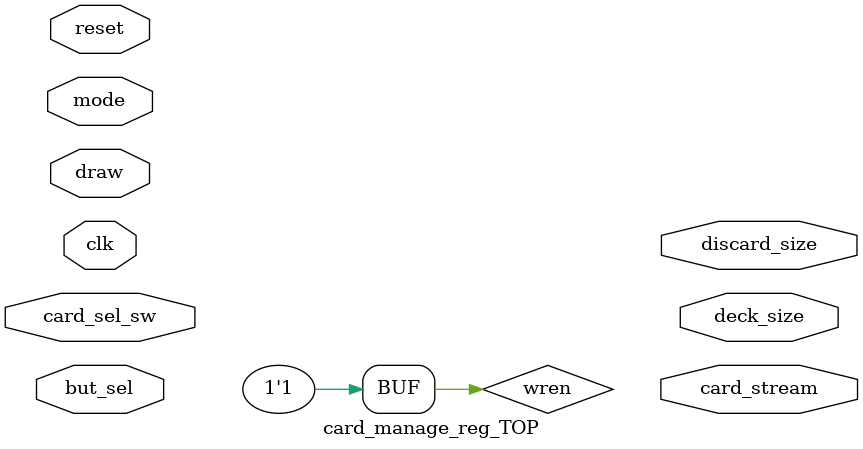
<source format=v>
module card_manage_reg_TOP (
	input clk, reset, but_sel, draw,
	input [1:0] mode,
	input [15:0] card_sel_sw,
	output [5:0] deck_size, discard_size,
	output [3:0] card_stream
	);
		
		wire [3:0] address, deck;
		reg [3:0] data;
		reg wren = 1;


		switch_decode sd(card_sel_sw, address);
		Deck deckRAM(address,clk,data,wren,deck);
		
endmodule
		
</source>
